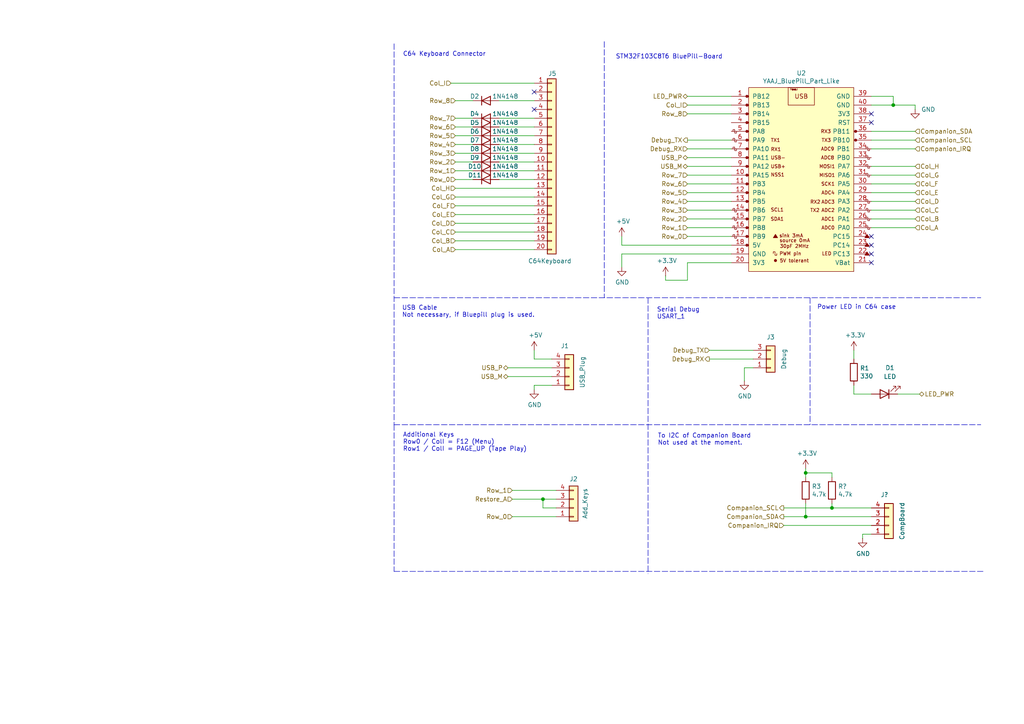
<source format=kicad_sch>
(kicad_sch (version 20250114) (generator "eeschema") (generator_version "9.0")
  (paper "A4")
  (title_block (title "C64 USB Keyboard") (date "2025-12-29") (rev "V0.1"))
  (lib_symbols
    (symbol "Connector_Generic:Conn_01x03" (pin_names (offset 1.016) (hide yes))
      (property "Reference" "J" (at 0 5.08 0))
      (property "Value" "Conn_01x03" (at 0 -5.08 0))
      (symbol "Conn_01x03_1_1"
        (rectangle (start -1.27 3.81) (end 1.27 -3.81) (stroke (width 0.254)) (fill (type background)))
        (rectangle (start -1.27 2.667) (end 0 2.413) (stroke (width 0.1524)))
        (rectangle (start -1.27 0.127) (end 0 -0.127) (stroke (width 0.1524)))
        (rectangle (start -1.27 -2.413) (end 0 -2.667) (stroke (width 0.1524)))
        (pin passive line (at -5.08 2.54 0) (length 3.81) (name "Pin_1") (number "1"))
        (pin passive line (at -5.08 0 0) (length 3.81) (name "Pin_2") (number "2"))
        (pin passive line (at -5.08 -2.54 0) (length 3.81) (name "Pin_3") (number "3"))
      )
    )
    (symbol "Connector_Generic:Conn_01x04" (pin_names (offset 1.016) (hide yes))
      (property "Reference" "J" (at 0 5.08 0))
      (property "Value" "Conn_01x04" (at 0 -7.62 0))
      (symbol "Conn_01x04_1_1"
        (rectangle (start -1.27 3.81) (end 1.27 -6.35) (stroke (width 0.254)) (fill (type background)))
        (rectangle (start -1.27 2.667) (end 0 2.413) (stroke (width 0.1524)))
        (rectangle (start -1.27 0.127) (end 0 -0.127) (stroke (width 0.1524)))
        (rectangle (start -1.27 -2.413) (end 0 -2.667) (stroke (width 0.1524)))
        (rectangle (start -1.27 -4.953) (end 0 -5.207) (stroke (width 0.1524)))
        (pin passive line (at -5.08 2.54 0) (length 3.81) (name "Pin_1") (number "1"))
        (pin passive line (at -5.08 0 0) (length 3.81) (name "Pin_2") (number "2"))
        (pin passive line (at -5.08 -2.54 0) (length 3.81) (name "Pin_3") (number "3"))
        (pin passive line (at -5.08 -5.08 0) (length 3.81) (name "Pin_4") (number "4"))
      )
    )
    (symbol "Connector_Generic:Conn_01x20" (pin_names (offset 1.016) (hide yes))
      (property "Reference" "J" (at 0 25.4 0))
      (property "Value" "Conn_01x20" (at 0 -27.94 0))
      (symbol "Conn_01x20_1_1"
        (rectangle (start -1.27 24.13) (end 1.27 -26.67) (stroke (width 0.254)) (fill (type background)))
        (rectangle (start -1.27 22.987) (end 0 22.733) (stroke (width 0.1524)))
        (rectangle (start -1.27 20.447) (end 0 20.193) (stroke (width 0.1524)))
        (rectangle (start -1.27 17.907) (end 0 17.653) (stroke (width 0.1524)))
        (rectangle (start -1.27 15.367) (end 0 15.113) (stroke (width 0.1524)))
        (rectangle (start -1.27 12.827) (end 0 12.573) (stroke (width 0.1524)))
        (rectangle (start -1.27 10.287) (end 0 10.033) (stroke (width 0.1524)))
        (rectangle (start -1.27 7.747) (end 0 7.493) (stroke (width 0.1524)))
        (rectangle (start -1.27 5.207) (end 0 4.953) (stroke (width 0.1524)))
        (rectangle (start -1.27 2.667) (end 0 2.413) (stroke (width 0.1524)))
        (rectangle (start -1.27 0.127) (end 0 -0.127) (stroke (width 0.1524)))
        (rectangle (start -1.27 -2.413) (end 0 -2.667) (stroke (width 0.1524)))
        (rectangle (start -1.27 -4.953) (end 0 -5.207) (stroke (width 0.1524)))
        (rectangle (start -1.27 -7.493) (end 0 -7.747) (stroke (width 0.1524)))
        (rectangle (start -1.27 -10.033) (end 0 -10.287) (stroke (width 0.1524)))
        (rectangle (start -1.27 -12.573) (end 0 -12.827) (stroke (width 0.1524)))
        (rectangle (start -1.27 -15.113) (end 0 -15.367) (stroke (width 0.1524)))
        (rectangle (start -1.27 -17.653) (end 0 -17.907) (stroke (width 0.1524)))
        (rectangle (start -1.27 -20.193) (end 0 -20.447) (stroke (width 0.1524)))
        (rectangle (start -1.27 -22.733) (end 0 -22.987) (stroke (width 0.1524)))
        (rectangle (start -1.27 -25.273) (end 0 -25.527) (stroke (width 0.1524)))
        (pin passive line (at -5.08 22.86 0) (length 3.81) (name "Pin_1") (number "1"))
        (pin passive line (at -5.08 20.32 0) (length 3.81) (name "Pin_2") (number "2"))
        (pin passive line (at -5.08 17.78 0) (length 3.81) (name "Pin_3") (number "3"))
        (pin passive line (at -5.08 15.24 0) (length 3.81) (name "Pin_4") (number "4"))
        (pin passive line (at -5.08 12.7 0) (length 3.81) (name "Pin_5") (number "5"))
        (pin passive line (at -5.08 10.16 0) (length 3.81) (name "Pin_6") (number "6"))
        (pin passive line (at -5.08 7.62 0) (length 3.81) (name "Pin_7") (number "7"))
        (pin passive line (at -5.08 5.08 0) (length 3.81) (name "Pin_8") (number "8"))
        (pin passive line (at -5.08 2.54 0) (length 3.81) (name "Pin_9") (number "9"))
        (pin passive line (at -5.08 0 0) (length 3.81) (name "Pin_10") (number "10"))
        (pin passive line (at -5.08 -2.54 0) (length 3.81) (name "Pin_11") (number "11"))
        (pin passive line (at -5.08 -5.08 0) (length 3.81) (name "Pin_12") (number "12"))
        (pin passive line (at -5.08 -7.62 0) (length 3.81) (name "Pin_13") (number "13"))
        (pin passive line (at -5.08 -10.16 0) (length 3.81) (name "Pin_14") (number "14"))
        (pin passive line (at -5.08 -12.7 0) (length 3.81) (name "Pin_15") (number "15"))
        (pin passive line (at -5.08 -15.24 0) (length 3.81) (name "Pin_16") (number "16"))
        (pin passive line (at -5.08 -17.78 0) (length 3.81) (name "Pin_17") (number "17"))
        (pin passive line (at -5.08 -20.32 0) (length 3.81) (name "Pin_18") (number "18"))
        (pin passive line (at -5.08 -22.86 0) (length 3.81) (name "Pin_19") (number "19"))
        (pin passive line (at -5.08 -25.4 0) (length 3.81) (name "Pin_20") (number "20"))
      )
    )
    (symbol "Device:LED" (pin_numbers (hide yes)) (pin_names (offset 1.016) (hide yes))
      (property "Reference" "D" (at 0 2.54 0))
      (property "Value" "LED" (at 0 -2.54 0))
      (symbol "LED_0_1"
        (polyline (pts (xy -3.048 -0.762) (xy -4.572 -2.286) (xy -3.81 -2.286) (xy -4.572 -2.286) (xy -4.572 -1.524)))
        (polyline (pts (xy -1.778 -0.762) (xy -3.302 -2.286) (xy -2.54 -2.286) (xy -3.302 -2.286) (xy -3.302 -1.524)))
        (polyline (pts (xy -1.27 0) (xy 1.27 0)))
        (polyline (pts (xy -1.27 -1.27) (xy -1.27 1.27)) (stroke (width 0.254)))
        (polyline (pts (xy 1.27 -1.27) (xy 1.27 1.27) (xy -1.27 0) (xy 1.27 -1.27)) (stroke (width 0.254)))
      )
      (symbol "LED_1_1"
        (pin passive line (at -3.81 0 0) (length 2.54) (name "K") (number "1"))
        (pin passive line (at 3.81 0 180) (length 2.54) (name "A") (number "2"))
      )
    )
    (symbol "Device:R" (pin_numbers (hide yes)) (pin_names (offset 0))
      (property "Reference" "R" (at 2.032 0 90))
      (property "Value" "R" (at 0 0 90))
      (symbol "R_0_1"
        (rectangle (start -1.016 -2.54) (end 1.016 2.54) (stroke (width 0.254)))
      )
      (symbol "R_1_1"
        (pin passive line (at 0 3.81 270) (length 1.27) (name "~") (number "1"))
        (pin passive line (at 0 -3.81 90) (length 1.27) (name "~") (number "2"))
      )
    )
    (symbol "Diode:1N4148" (pin_numbers (hide yes)) (pin_names (hide yes))
      (property "Reference" "D" (at 0 2.54 0))
      (property "Value" "1N4148" (at 0 -2.54 0))
      (symbol "1N4148_0_1"
        (polyline (pts (xy -1.27 1.27) (xy -1.27 -1.27)) (stroke (width 0.254)))
        (polyline (pts (xy 1.27 1.27) (xy 1.27 -1.27) (xy -1.27 0) (xy 1.27 1.27)) (stroke (width 0.254)))
        (polyline (pts (xy 1.27 0) (xy -1.27 0)))
      )
      (symbol "1N4148_1_1"
        (pin passive line (at -3.81 0 0) (length 2.54) (name "K") (number "1"))
        (pin passive line (at 3.81 0 180) (length 2.54) (name "A") (number "2"))
      )
    )
    (symbol "YAAJ_BluePill_Part_Like:YAAJ_BluePill_Part_Like" (pin_names (offset 1.016))
      (property "Reference" "U" (at -12.7 25.4 0))
      (property "Value" "YAAJ_BluePill_Part_Like_YAAJ_BluePill_Part_Like" (at 0 2.54 90))
      (symbol "YAAJ_BluePill_Part_Like_0_0"
        (circle (center -15.748 22.86) (radius 0.3556) (fill (type outline)))
        (circle (center -15.748 17.78) (radius 0.3556) (fill (type outline)))
        (circle (center -15.748 15.24) (radius 0.3556) (fill (type outline)))
        (circle (center -15.748 12.7) (radius 0.3556) (fill (type outline)))
        (circle (center -15.748 10.16) (radius 0.3556) (fill (type outline)))
        (circle (center -15.748 7.62) (radius 0.3556) (fill (type outline)))
        (circle (center -15.748 5.08) (radius 0.3556) (fill (type outline)))
        (circle (center -15.748 2.54) (radius 0.3556) (fill (type outline)))
        (circle (center -15.748 0) (radius 0.3556) (fill (type outline)))
        (circle (center -15.748 -2.54) (radius 0.3556) (fill (type outline)))
        (circle (center -15.748 -5.08) (radius 0.3556) (fill (type outline)))
        (circle (center -15.748 -7.62) (radius 0.3556) (fill (type outline)))
        (circle (center -15.748 -10.16) (radius 0.3556) (fill (type outline)))
        (circle (center -15.748 -12.7) (radius 0.3556) (fill (type outline)))
        (circle (center -15.748 -15.24) (radius 0.3556) (fill (type outline)))
        (circle (center -15.748 -17.78) (radius 0.3556) (fill (type outline)))
        (circle (center -15.748 -20.32) (radius 0.3556) (fill (type outline)))
        (polyline (pts (xy -8.128 -18.161) (xy -7.493 -17.145) (xy -6.858 -18.161) (xy -8.128 -18.161) (xy -7.493 -17.272) (xy -6.985 -18.161) (xy -8.001 -18.034) (xy -7.493 -17.399) (xy -7.112 -18.161) (xy -7.874 -17.907) (xy -7.366 -17.526) (xy -7.239 -18.161) (xy -7.747 -17.78) (xy -7.239 -17.653) (xy -7.366 -18.034) (xy -7.62 -17.78) (xy -7.366 -17.907) (xy -7.493 -17.653)))
        (circle (center -7.493 -24.765) (radius 0.127) (fill (type outline)))
        (circle (center -7.493 -24.765) (radius 0.254))
        (circle (center -7.493 -24.765) (radius 0.3556))
        (circle (center 15.748 12.7) (radius 0.254) (fill (type outline)))
        (circle (center 15.748 12.7) (radius 0.3556))
        (circle (center 15.748 10.16) (radius 0.254) (fill (type outline)))
        (circle (center 15.748 10.16) (radius 0.3556))
        (polyline (pts (xy 18.415 -18.161) (xy 19.05 -17.145) (xy 19.685 -18.161) (xy 18.415 -18.161) (xy 19.05 -17.272) (xy 19.558 -18.161) (xy 18.542 -18.034) (xy 19.05 -17.399) (xy 19.431 -18.161) (xy 18.669 -17.907) (xy 19.177 -17.526) (xy 19.304 -18.161) (xy 18.796 -17.78) (xy 19.304 -17.653) (xy 19.177 -18.034) (xy 18.923 -17.78) (xy 19.177 -17.907) (xy 19.05 -17.653)))
        (polyline (pts (xy 18.415 -20.701) (xy 19.05 -19.685) (xy 19.685 -20.701) (xy 18.415 -20.701) (xy 19.05 -19.812) (xy 19.558 -20.701) (xy 18.542 -20.574) (xy 19.05 -19.939) (xy 19.431 -20.701) (xy 18.669 -20.447) (xy 19.177 -20.066) (xy 19.304 -20.701) (xy 18.796 -20.32) (xy 19.304 -20.193) (xy 19.177 -20.574) (xy 18.923 -20.32) (xy 19.177 -20.447) (xy 19.05 -20.193)))
        (polyline (pts (xy 18.415 -23.241) (xy 19.05 -22.225) (xy 19.685 -23.241) (xy 18.415 -23.241) (xy 19.05 -22.352) (xy 19.558 -23.241) (xy 18.542 -23.114) (xy 19.05 -22.479) (xy 19.431 -23.241) (xy 18.669 -22.987) (xy 19.177 -22.606) (xy 19.304 -23.241) (xy 18.796 -22.86) (xy 19.304 -22.733) (xy 19.177 -23.114) (xy 18.923 -22.86) (xy 19.177 -22.987) (xy 19.05 -22.733)))
        (text "TX1" (at -7.493 10.16 0) (effects (font (size 0.9906 0.9906))))
        (text "RX1" (at -7.366 7.493 0) (effects (font (size 0.9906 0.9906))))
        (text "SCL1" (at -6.985 -10.033 0) (effects (font (size 0.9906 0.9906))))
        (text "SDA1" (at -6.985 -12.7 0) (effects (font (size 0.9906 0.9906))))
        (text "NSS1" (at -6.858 0.127 0) (effects (font (size 0.9906 0.9906))))
        (text "USB-" (at -6.731 5.08 0) (effects (font (size 0.9906 0.9906))))
        (text "USB+" (at -6.731 2.54 0) (effects (font (size 0.9906 0.9906))))
        (text "PWM pin" (at -3.175 -22.733 0) (effects (font (size 0.9906 0.9906))))
        (text "sink 3mA" (at -2.921 -17.526 0) (effects (font (size 0.9906 0.9906))))
        (text "Y@@J" (at -2.159 24.892 0) (effects (font (size 0.508 0.508))))
        (text "30pF 2MHz" (at -2.032 -20.574 0) (effects (font (size 0.9906 0.9906))))
        (text "5V tolerant" (at -2.032 -24.765 0) (effects (font (size 0.9906 0.9906))))
        (text "source 0mA" (at -1.905 -18.923 0) (effects (font (size 0.9906 0.9906))))
        (text "USB" (at 0 22.86 0) (effects (font (size 1.27 1.27))))
        (text "TX2" (at 3.937 -10.16 0) (effects (font (size 0.9906 0.9906))))
        (text "RX2" (at 4.064 -7.747 0) (effects (font (size 0.9906 0.9906))))
        (text "RX3" (at 7.112 12.7 0) (effects (font (size 0.9906 0.9906))))
        (text "TX3" (at 7.239 10.16 0) (effects (font (size 0.9906 0.9906))))
        (text "LED" (at 7.366 -22.733 0) (effects (font (size 0.9906 0.9906))))
        (text "MOSI1" (at 7.493 2.54 0) (effects (font (size 0.9906 0.9906))))
        (text "MISO1" (at 7.493 0 0) (effects (font (size 0.9906 0.9906))))
        (text "ADC9" (at 7.62 7.62 0) (effects (font (size 0.9906 0.9906))))
        (text "ADC8" (at 7.62 5.08 0) (effects (font (size 0.9906 0.9906))))
        (text "SCK1" (at 7.747 -2.54 0) (effects (font (size 0.9906 0.9906))))
        (text "ADC4" (at 7.747 -5.08 0) (effects (font (size 0.9906 0.9906))))
        (text "ADC3" (at 7.747 -7.747 0) (effects (font (size 0.9906 0.9906))))
        (text "ADC2" (at 7.747 -10.16 0) (effects (font (size 0.9906 0.9906))))
        (text "ADC1" (at 7.747 -12.7 0) (effects (font (size 0.9906 0.9906))))
        (text "ADC0" (at 7.747 -15.24 0) (effects (font (size 0.9906 0.9906))))
      )
      (symbol "YAAJ_BluePill_Part_Like_0_1"
        (polyline (pts (xy -18.796 12.7) (xy -18.796 12.192) (xy -19.304 12.192) (xy -19.304 13.208) (xy -19.812 13.208) (xy -19.812 12.7)))
        (polyline (pts (xy -18.796 10.16) (xy -18.796 9.652) (xy -19.304 9.652) (xy -19.304 10.668) (xy -19.812 10.668) (xy -19.812 10.16)))
        (polyline (pts (xy -18.796 7.62) (xy -18.796 7.112) (xy -19.304 7.112) (xy -19.304 8.128) (xy -19.812 8.128) (xy -19.812 7.62)))
        (polyline (pts (xy -18.796 -10.16) (xy -18.796 -10.668) (xy -19.304 -10.668) (xy -19.304 -9.652) (xy -19.812 -9.652) (xy -19.812 -10.16)))
        (polyline (pts (xy -18.796 -12.7) (xy -18.796 -13.208) (xy -19.304 -13.208) (xy -19.304 -12.192) (xy -19.812 -12.192) (xy -19.812 -12.7)))
        (polyline (pts (xy -18.796 -15.24) (xy -18.796 -15.748) (xy -19.304 -15.748) (xy -19.304 -14.732) (xy -19.812 -14.732) (xy -19.812 -15.24)))
        (polyline (pts (xy -18.796 -17.78) (xy -18.796 -18.288) (xy -19.304 -18.288) (xy -19.304 -17.272) (xy -19.812 -17.272) (xy -19.812 -17.78)))
        (rectangle (start -15.24 25.4) (end 15.24 -27.94) (fill (type background)))
        (polyline (pts (xy -7.112 -22.733) (xy -7.112 -23.241) (xy -7.62 -23.241) (xy -7.62 -22.225) (xy -8.128 -22.225) (xy -8.128 -22.733)))
        (rectangle (start 3.81 25.4) (end -3.81 20.32))
        (polyline (pts (xy 19.812 7.62) (xy 19.812 7.112) (xy 19.304 7.112) (xy 19.304 8.128) (xy 18.796 8.128) (xy 18.796 7.62)))
        (polyline (pts (xy 19.812 5.08) (xy 19.812 4.572) (xy 19.304 4.572) (xy 19.304 5.588) (xy 18.796 5.588) (xy 18.796 5.08)))
        (polyline (pts (xy 19.812 2.54) (xy 19.812 2.032) (xy 19.304 2.032) (xy 19.304 3.048) (xy 18.796 3.048) (xy 18.796 2.54)))
        (polyline (pts (xy 19.812 0) (xy 19.812 -0.508) (xy 19.304 -0.508) (xy 19.304 0.508) (xy 18.796 0.508) (xy 18.796 0)))
        (polyline (pts (xy 19.812 -7.62) (xy 19.812 -8.128) (xy 19.304 -8.128) (xy 19.304 -7.112) (xy 18.796 -7.112) (xy 18.796 -7.62)))
        (polyline (pts (xy 19.812 -10.16) (xy 19.812 -10.668) (xy 19.304 -10.668) (xy 19.304 -9.652) (xy 18.796 -9.652) (xy 18.796 -10.16)))
        (polyline (pts (xy 19.812 -12.7) (xy 19.812 -13.208) (xy 19.304 -13.208) (xy 19.304 -12.192) (xy 18.796 -12.192) (xy 18.796 -12.7)))
        (polyline (pts (xy 19.812 -15.24) (xy 19.812 -15.748) (xy 19.304 -15.748) (xy 19.304 -14.732) (xy 18.796 -14.732) (xy 18.796 -15.24)))
      )
      (symbol "YAAJ_BluePill_Part_Like_1_1"
        (circle (center -15.748 20.32) (radius 0.3556) (fill (type outline)))
        (pin bidirectional line (at -20.32 22.86 0) (length 5.08) (name "PB12") (number "1"))
        (pin bidirectional line (at -20.32 20.32 0) (length 5.08) (name "PB13") (number "2"))
        (pin bidirectional line (at -20.32 17.78 0) (length 5.08) (name "PB14") (number "3"))
        (pin bidirectional line (at -20.32 15.24 0) (length 5.08) (name "PB15") (number "4"))
        (pin bidirectional line (at -20.32 12.7 0) (length 5.08) (name "PA8") (number "5"))
        (pin bidirectional line (at -20.32 10.16 0) (length 5.08) (name "PA9") (number "6"))
        (pin bidirectional line (at -20.32 7.62 0) (length 5.08) (name "PA10") (number "7"))
        (pin bidirectional line (at -20.32 5.08 0) (length 5.08) (name "PA11") (number "8"))
        (pin bidirectional line (at -20.32 2.54 0) (length 5.08) (name "PA12") (number "9"))
        (pin bidirectional line (at -20.32 0 0) (length 5.08) (name "PA15") (number "10"))
        (pin bidirectional line (at -20.32 -2.54 0) (length 5.08) (name "PB3") (number "11"))
        (pin bidirectional line (at -20.32 -5.08 0) (length 5.08) (name "PB4") (number "12"))
        (pin bidirectional line (at -20.32 -7.62 0) (length 5.08) (name "PB5") (number "13"))
        (pin bidirectional line (at -20.32 -10.16 0) (length 5.08) (name "PB6") (number "14"))
        (pin bidirectional line (at -20.32 -12.7 0) (length 5.08) (name "PB7") (number "15"))
        (pin bidirectional line (at -20.32 -15.24 0) (length 5.08) (name "PB8") (number "16"))
        (pin bidirectional line (at -20.32 -17.78 0) (length 5.08) (name "PB9") (number "17"))
        (pin power_in line (at -20.32 -20.32 0) (length 5.08) (name "5V") (number "18"))
        (pin power_in line (at -20.32 -22.86 0) (length 5.08) (name "GND") (number "19"))
        (pin power_in line (at -20.32 -25.4 0) (length 5.08) (name "3V3") (number "20"))
        (pin power_in line (at 20.32 22.86 180) (length 5.08) (name "GND") (number "39"))
        (pin power_in line (at 20.32 20.32 180) (length 5.08) (name "GND") (number "40"))
        (pin power_in line (at 20.32 17.78 180) (length 5.08) (name "3V3") (number "38"))
        (pin input line (at 20.32 15.24 180) (length 5.08) (name "RST") (number "37"))
        (pin bidirectional line (at 20.32 12.7 180) (length 5.08) (name "PB11") (number "36"))
        (pin bidirectional line (at 20.32 10.16 180) (length 5.08) (name "PB10") (number "35"))
        (pin bidirectional line (at 20.32 7.62 180) (length 5.08) (name "PB1") (number "34"))
        (pin bidirectional line (at 20.32 5.08 180) (length 5.08) (name "PB0") (number "33"))
        (pin bidirectional line (at 20.32 2.54 180) (length 5.08) (name "PA7") (number "32"))
        (pin bidirectional line (at 20.32 0 180) (length 5.08) (name "PA6") (number "31"))
        (pin bidirectional line (at 20.32 -2.54 180) (length 5.08) (name "PA5") (number "30"))
        (pin bidirectional line (at 20.32 -5.08 180) (length 5.08) (name "PA4") (number "29"))
        (pin bidirectional line (at 20.32 -7.62 180) (length 5.08) (name "PA3") (number "28"))
        (pin bidirectional line (at 20.32 -10.16 180) (length 5.08) (name "PA2") (number "27"))
        (pin bidirectional line (at 20.32 -12.7 180) (length 5.08) (name "PA1") (number "26"))
        (pin bidirectional line (at 20.32 -15.24 180) (length 5.08) (name "PA0") (number "25"))
        (pin bidirectional line (at 20.32 -17.78 180) (length 5.08) (name "PC15") (number "24"))
        (pin bidirectional line (at 20.32 -20.32 180) (length 5.08) (name "PC14") (number "23"))
        (pin bidirectional line (at 20.32 -22.86 180) (length 5.08) (name "PC13") (number "22"))
        (pin power_in line (at 20.32 -25.4 180) (length 5.08) (name "VBat") (number "21"))
      )
    )
    (symbol "power:+3.3V" (power) (pin_numbers (hide yes)) (pin_names (offset 0) (hide yes))
      (property "Value" "+3.3V" (at 0 3.556 0))
      (symbol "+3.3V_0_1"
        (polyline (pts (xy -0.762 1.27) (xy 0 2.54)))
        (polyline (pts (xy 0 2.54) (xy 0.762 1.27)))
        (polyline (pts (xy 0 0) (xy 0 2.54)))
      )
      (symbol "+3.3V_1_1"
        (pin power_in line (at 0 0 90) (length 0) (name "~") (number "1"))
      )
    )
    (symbol "power:+5V" (power) (pin_numbers (hide yes)) (pin_names (offset 0) (hide yes))
      (property "Value" "+5V" (at 0 3.556 0))
      (symbol "+5V_0_1"
        (polyline (pts (xy -0.762 1.27) (xy 0 2.54)))
        (polyline (pts (xy 0 2.54) (xy 0.762 1.27)))
        (polyline (pts (xy 0 0) (xy 0 2.54)))
      )
      (symbol "+5V_1_1"
        (pin power_in line (at 0 0 90) (length 0) (name "~") (number "1"))
      )
    )
    (symbol "power:GND" (power) (pin_numbers (hide yes)) (pin_names (offset 0) (hide yes))
      (property "Value" "GND" (at 0 -3.81 0))
      (symbol "GND_0_1"
        (polyline (pts (xy 0 0) (xy 0 -1.27) (xy 1.27 -1.27) (xy 0 -2.54) (xy -1.27 -1.27) (xy 0 -1.27)))
      )
      (symbol "GND_1_1"
        (pin power_in line (at 0 0 270) (length 0) (name "~") (number "1"))
      )
    )
  )
  (text "Serial Debug\nUSART_1" (at 190.5 92.71 0) (effects (font (size 1.27 1.27)) (justify left bottom)))
  (text "STM32F103C8T6 BluePill-Board" (at 178.562 17.272 0) (effects (font (size 1.27 1.27)) (justify left bottom)))
  (text "USB Cable\nNot necessary, if Bluepill plug is used." (at 116.586 92.202 0) (effects (font (size 1.27 1.27)) (justify left bottom)))
  (text "C64 Keyboard Connector" (at 116.84 16.51 0) (effects (font (size 1.27 1.27)) (justify left bottom)))
  (text "Additional Keys\nRow0 / ColI = F12 (Menu)\nRow1 / ColI = PAGE_UP (Tape Play)" (at 116.84 131.064 0) (effects (font (size 1.27 1.27)) (justify left bottom)))
  (text "Power LED in C64 case" (at 236.982 89.916 0) (effects (font (size 1.27 1.27)) (justify left bottom)))
  (text "To I2C of Companion Board\nNot used at the moment." (at 190.754 129.286 0) (effects (font (size 1.27 1.27)) (justify left bottom)))
  (junction (at 259.08 30.48))
  (junction (at 241.3 147.32))
  (junction (at 157.48 144.78))
  (junction (at 233.68 149.86))
  (junction (at 233.68 137.16))
  (no_connect (at 252.73 76.2))
  (no_connect (at 154.94 26.67))
  (no_connect (at 154.94 31.75))
  (no_connect (at 252.73 68.58))
  (no_connect (at 252.73 33.02))
  (no_connect (at 252.73 73.66))
  (no_connect (at 252.73 71.12))
  (no_connect (at 252.73 35.56))
  (wire (pts (xy 215.9 110.49) (xy 215.9 106.68)))
  (wire (pts (xy 212.09 68.58) (xy 199.39 68.58)))
  (wire (pts (xy 227.33 147.32) (xy 241.3 147.32)))
  (wire (pts (xy 252.73 55.88) (xy 265.43 55.88)))
  (wire (pts (xy 241.3 147.32) (xy 252.73 147.32)))
  (wire (pts (xy 250.19 154.94) (xy 250.19 156.21)))
  (wire (pts (xy 247.65 101.6) (xy 247.65 104.14)))
  (wire (pts (xy 193.04 80.01) (xy 193.04 81.28)))
  (wire (pts (xy 215.9 106.68) (xy 218.44 106.68)))
  (wire (pts (xy 193.04 81.28) (xy 199.39 81.28)))
  (wire (pts (xy 180.34 77.47) (xy 180.34 73.66)))
  (wire (pts (xy 212.09 73.66) (xy 180.34 73.66)))
  (wire (pts (xy 137.16 44.45) (xy 132.08 44.45)))
  (wire (pts (xy 154.94 39.37) (xy 144.78 39.37)))
  (wire (pts (xy 212.09 30.48) (xy 199.39 30.48)))
  (wire (pts (xy 137.16 49.53) (xy 132.08 49.53)))
  (wire (pts (xy 154.94 46.99) (xy 144.78 46.99)))
  (wire (pts (xy 157.48 144.78) (xy 161.29 144.78)))
  (wire (pts (xy 154.94 64.77) (xy 132.08 64.77)))
  (wire (pts (xy 212.09 53.34) (xy 199.39 53.34)))
  (wire (pts (xy 180.34 68.58) (xy 180.34 71.12)))
  (wire (pts (xy 137.16 29.21) (xy 132.08 29.21)))
  (wire (pts (xy 252.73 66.04) (xy 265.43 66.04)))
  (wire (pts (xy 154.94 36.83) (xy 144.78 36.83)))
  (wire (pts (xy 265.43 40.64) (xy 252.73 40.64)))
  (wire (pts (xy 154.94 44.45) (xy 144.78 44.45)))
  (wire (pts (xy 259.08 30.48) (xy 265.43 30.48)))
  (wire (pts (xy 259.08 30.48) (xy 259.08 27.94)))
  (wire (pts (xy 227.33 152.4) (xy 252.73 152.4)))
  (wire (pts (xy 154.94 29.21) (xy 144.78 29.21)))
  (wire (pts (xy 252.73 60.96) (xy 265.43 60.96)))
  (wire (pts (xy 252.73 48.26) (xy 265.43 48.26)))
  (wire (pts (xy 154.94 59.69) (xy 132.08 59.69)))
  (wire (pts (xy 252.73 149.86) (xy 233.68 149.86)))
  (polyline (pts (xy 114.3 123.19) (xy 114.3 165.735)) (stroke (width 0) (type dash)))
  (wire (pts (xy 199.39 81.28) (xy 199.39 76.2)))
  (wire (pts (xy 137.16 39.37) (xy 132.08 39.37)))
  (wire (pts (xy 205.74 101.6) (xy 218.44 101.6)))
  (polyline (pts (xy 114.3 123.19) (xy 284.48 123.19)) (stroke (width 0) (type dash)))
  (polyline (pts (xy 187.96 86.36) (xy 187.96 166.37)) (stroke (width 0) (type dash)))
  (wire (pts (xy 212.09 50.8) (xy 199.39 50.8)))
  (wire (pts (xy 212.09 60.96) (xy 199.39 60.96)))
  (wire (pts (xy 252.73 63.5) (xy 265.43 63.5)))
  (wire (pts (xy 205.74 104.14) (xy 218.44 104.14)))
  (wire (pts (xy 157.48 147.32) (xy 157.48 144.78)))
  (wire (pts (xy 154.94 34.29) (xy 144.78 34.29)))
  (wire (pts (xy 252.73 30.48) (xy 259.08 30.48)))
  (wire (pts (xy 161.29 147.32) (xy 157.48 147.32)))
  (wire (pts (xy 154.94 49.53) (xy 144.78 49.53)))
  (wire (pts (xy 154.94 54.61) (xy 132.08 54.61)))
  (wire (pts (xy 241.3 137.16) (xy 241.3 138.43)))
  (wire (pts (xy 199.39 45.72) (xy 212.09 45.72)))
  (wire (pts (xy 137.16 52.07) (xy 132.08 52.07)))
  (wire (pts (xy 199.39 76.2) (xy 212.09 76.2)))
  (wire (pts (xy 154.94 72.39) (xy 132.08 72.39)))
  (wire (pts (xy 212.09 63.5) (xy 199.39 63.5)))
  (wire (pts (xy 233.68 149.86) (xy 227.33 149.86)))
  (wire (pts (xy 154.94 57.15) (xy 132.08 57.15)))
  (wire (pts (xy 252.73 53.34) (xy 265.43 53.34)))
  (wire (pts (xy 260.35 114.3) (xy 266.7 114.3)))
  (wire (pts (xy 180.34 71.12) (xy 212.09 71.12)))
  (wire (pts (xy 212.09 66.04) (xy 199.39 66.04)))
  (wire (pts (xy 265.43 31.75) (xy 265.43 30.48)))
  (wire (pts (xy 247.65 111.76) (xy 247.65 114.3)))
  (wire (pts (xy 148.59 142.24) (xy 161.29 142.24)))
  (wire (pts (xy 148.59 149.86) (xy 161.29 149.86)))
  (wire (pts (xy 250.19 154.94) (xy 252.73 154.94)))
  (polyline (pts (xy 114.3 86.36) (xy 284.48 86.36)) (stroke (width 0) (type dash)))
  (wire (pts (xy 147.32 106.68) (xy 160.02 106.68)))
  (wire (pts (xy 154.94 104.14) (xy 160.02 104.14)))
  (wire (pts (xy 247.65 114.3) (xy 252.73 114.3)))
  (wire (pts (xy 265.43 43.18) (xy 252.73 43.18)))
  (wire (pts (xy 154.94 52.07) (xy 144.78 52.07)))
  (wire (pts (xy 233.68 137.16) (xy 233.68 135.89)))
  (wire (pts (xy 154.94 111.76) (xy 154.94 113.03)))
  (wire (pts (xy 252.73 27.94) (xy 259.08 27.94)))
  (wire (pts (xy 212.09 33.02) (xy 199.39 33.02)))
  (wire (pts (xy 233.68 146.05) (xy 233.68 149.86)))
  (wire (pts (xy 212.09 55.88) (xy 199.39 55.88)))
  (wire (pts (xy 199.39 40.64) (xy 212.09 40.64)))
  (wire (pts (xy 154.94 62.23) (xy 132.08 62.23)))
  (wire (pts (xy 148.59 144.78) (xy 157.48 144.78)))
  (wire (pts (xy 137.16 36.83) (xy 132.08 36.83)))
  (wire (pts (xy 199.39 43.18) (xy 212.09 43.18)))
  (wire (pts (xy 137.16 46.99) (xy 132.08 46.99)))
  (wire (pts (xy 241.3 146.05) (xy 241.3 147.32)))
  (wire (pts (xy 154.94 67.31) (xy 132.08 67.31)))
  (wire (pts (xy 154.94 24.13) (xy 130.81 24.13)))
  (wire (pts (xy 199.39 27.94) (xy 212.09 27.94)))
  (wire (pts (xy 137.16 34.29) (xy 132.08 34.29)))
  (wire (pts (xy 199.39 48.26) (xy 212.09 48.26)))
  (wire (pts (xy 212.09 58.42) (xy 199.39 58.42)))
  (polyline (pts (xy 234.95 86.36) (xy 234.95 123.19)) (stroke (width 0) (type dash)))
  (wire (pts (xy 154.94 41.91) (xy 144.78 41.91)))
  (wire (pts (xy 265.43 38.1) (xy 252.73 38.1)))
  (wire (pts (xy 154.94 111.76) (xy 160.02 111.76)))
  (wire (pts (xy 233.68 137.16) (xy 241.3 137.16)))
  (wire (pts (xy 154.94 69.85) (xy 132.08 69.85)))
  (polyline (pts (xy 114.3 165.735) (xy 285.115 165.735)) (stroke (width 0) (type dash)))
  (polyline (pts (xy 175.26 12.065) (xy 175.26 86.36)) (stroke (width 0) (type dash)))
  (wire (pts (xy 147.32 109.22) (xy 160.02 109.22)))
  (wire (pts (xy 137.16 41.91) (xy 132.08 41.91)))
  (wire (pts (xy 154.94 101.6) (xy 154.94 104.14)))
  (wire (pts (xy 252.73 50.8) (xy 265.43 50.8)))
  (wire (pts (xy 252.73 58.42) (xy 265.43 58.42)))
  (wire (pts (xy 233.68 138.43) (xy 233.68 137.16)))
  (polyline (pts (xy 114.3 12.7) (xy 114.3 123.19)) (stroke (width 0) (type dash)))
  (hierarchical_label "Row_3" (shape input) (at 132.08 44.45 180))
  (hierarchical_label "Row_4" (shape input) (at 199.39 58.42 180))
  (hierarchical_label "Debug_RX" (shape output) (at 205.74 104.14 180))
  (hierarchical_label "Companion_SDA" (shape input) (at 265.43 38.1 0))
  (hierarchical_label "Row_6" (shape input) (at 199.39 53.34 180))
  (hierarchical_label "Col_I" (shape input) (at 199.39 30.48 180))
  (hierarchical_label "Col_H" (shape input) (at 132.08 54.61 180))
  (hierarchical_label "Row_3" (shape input) (at 199.39 60.96 180))
  (hierarchical_label "Companion_IRQ" (shape input) (at 227.33 152.4 180))
  (hierarchical_label "Row_5" (shape input) (at 199.39 55.88 180))
  (hierarchical_label "Row_7" (shape input) (at 199.39 50.8 180))
  (hierarchical_label "LED_PWR" (shape tri_state) (at 199.39 27.94 180))
  (hierarchical_label "Row_7" (shape input) (at 132.08 34.29 180))
  (hierarchical_label "Col_E" (shape input) (at 265.43 55.88 0))
  (hierarchical_label "Row_1" (shape input) (at 199.39 66.04 180))
  (hierarchical_label "Row_2" (shape input) (at 132.08 46.99 180))
  (hierarchical_label "Companion_IRQ" (shape input) (at 265.43 43.18 0))
  (hierarchical_label "USB_M" (shape bidirectional) (at 147.32 109.22 180))
  (hierarchical_label "Col_B" (shape input) (at 265.43 63.5 0))
  (hierarchical_label "USB_P" (shape bidirectional) (at 199.39 45.72 180))
  (hierarchical_label "Companion_SCL" (shape input) (at 265.43 40.64 0))
  (hierarchical_label "Companion_SDA" (shape output) (at 227.33 149.86 180))
  (hierarchical_label "Row_0" (shape input) (at 132.08 52.07 180))
  (hierarchical_label "Row_8" (shape input) (at 132.08 29.21 180))
  (hierarchical_label "Col_B" (shape input) (at 132.08 69.85 180))
  (hierarchical_label "LED_PWR" (shape tri_state) (at 266.7 114.3 0))
  (hierarchical_label "Col_H" (shape input) (at 265.43 48.26 0))
  (hierarchical_label "Col_E" (shape input) (at 132.08 62.23 180))
  (hierarchical_label "Row_6" (shape input) (at 132.08 36.83 180))
  (hierarchical_label "Restore_A" (shape input) (at 148.59 144.78 180))
  (hierarchical_label "Debug_RX" (shape input) (at 199.39 43.18 180))
  (hierarchical_label "Col_A" (shape input) (at 265.43 66.04 0))
  (hierarchical_label "USB_M" (shape bidirectional) (at 199.39 48.26 180))
  (hierarchical_label "Col_C" (shape input) (at 132.08 67.31 180))
  (hierarchical_label "Debug_TX" (shape input) (at 205.74 101.6 180))
  (hierarchical_label "Col_C" (shape input) (at 265.43 60.96 0))
  (hierarchical_label "Row_2" (shape input) (at 199.39 63.5 180))
  (hierarchical_label "Debug_TX" (shape output) (at 199.39 40.64 180))
  (hierarchical_label "Col_A" (shape input) (at 132.08 72.39 180))
  (hierarchical_label "Row_0" (shape input) (at 199.39 68.58 180))
  (hierarchical_label "Row_1" (shape input) (at 132.08 49.53 180))
  (hierarchical_label "Row_4" (shape input) (at 132.08 41.91 180))
  (hierarchical_label "Col_D" (shape input) (at 132.08 64.77 180))
  (hierarchical_label "Companion_SCL" (shape output) (at 227.33 147.32 180))
  (hierarchical_label "Col_F" (shape input) (at 265.43 53.34 0))
  (hierarchical_label "Col_D" (shape input) (at 265.43 58.42 0))
  (hierarchical_label "Col_I" (shape input) (at 130.81 24.13 180))
  (hierarchical_label "Row_0" (shape input) (at 148.59 149.86 180))
  (hierarchical_label "Row_5" (shape input) (at 132.08 39.37 180))
  (hierarchical_label "Row_1" (shape input) (at 148.59 142.24 180))
  (hierarchical_label "Col_G" (shape input) (at 132.08 57.15 180))
  (hierarchical_label "Col_G" (shape input) (at 265.43 50.8 0))
  (hierarchical_label "Col_F" (shape input) (at 132.08 59.69 180))
  (hierarchical_label "Row_8" (shape input) (at 199.39 33.02 180))
  (hierarchical_label "USB_P" (shape bidirectional) (at 147.32 106.68 180))
  (symbol (lib_id "YAAJ_BluePill_Part_Like:YAAJ_BluePill_Part_Like") (at 232.41 50.8 0) (unit 1)
    (property "Reference" "U2" (at 232.41 21.209 0))
    (property "Value" "YAAJ_BluePill_Part_Like" (at 232.41 23.5204 0))
  )
  (symbol (lib_id "Connector_Generic:Conn_01x04") (at 257.81 152.4 0) (mirror x) (unit 1)
    (property "Reference" "J?" (at 256.54 143.51 0))
    (property "Value" "CompBoard" (at 261.62 151.13 90))
  )
  (symbol (lib_id "power:GND") (at 250.19 156.21 0) (unit 1)
    (property "Reference" "#PWR019" (effects (hide yes)))
    (property "Value" "GND" (at 250.317 160.6042 0))
  )
  (symbol (lib_id "Device:R") (at 241.3 142.24 0) (unit 1)
    (property "Reference" "R?" (at 243.078 141.0716 0) (effects (justify left)))
    (property "Value" "4.7k" (at 243.078 143.383 0) (effects (justify left)))
  )
  (symbol (lib_id "power:+3.3V") (at 233.68 135.89 0) (unit 1)
    (property "Reference" "#PWR010" (effects (hide yes)))
    (property "Value" "+3.3V" (at 234.061 131.4958 0))
  )
  (symbol (lib_id "Device:R") (at 233.68 142.24 0) (unit 1)
    (property "Reference" "R3" (at 235.458 141.0716 0) (effects (justify left)))
    (property "Value" "4.7k" (at 235.458 143.383 0) (effects (justify left)))
  )
  (symbol (lib_id "Connector_Generic:Conn_01x03") (at 223.52 104.14 0) (mirror x) (unit 1)
    (property "Reference" "J3" (at 223.52 97.79 0))
    (property "Value" "Debug" (at 227.33 104.14 90))
  )
  (symbol (lib_id "power:GND") (at 215.9 110.49 0) (unit 1)
    (property "Reference" "#PWR016" (effects (hide yes)))
    (property "Value" "GND" (at 216.027 114.8842 0))
  )
  (symbol (lib_id "power:+5V") (at 180.34 68.58 0) (unit 1)
    (property "Reference" "#PWR09" (effects (hide yes)))
    (property "Value" "+5V" (at 180.721 64.1858 0))
  )
  (symbol (lib_id "power:GND") (at 180.34 77.47 0) (unit 1)
    (property "Reference" "#PWR014" (effects (hide yes)))
    (property "Value" "GND" (at 180.467 81.8642 0))
  )
  (symbol (lib_id "power:GND") (at 265.43 31.75 0) (unit 1)
    (property "Reference" "#PWR05" (effects (hide yes)))
    (property "Value" "GND" (at 269.24 31.75 0))
  )
  (symbol (lib_id "Connector_Generic:Conn_01x04") (at 166.37 147.32 0) (mirror x) (unit 1)
    (property "Reference" "J2" (at 166.37 138.938 0))
    (property "Value" "Add_Keys" (at 169.672 146.05 90))
    (property "Description" "Generic connector, single row, 01x04, script generated (kicad-library-utils/schlib/autogen/connector/)" (effects (hide yes)))
  )
  (symbol (lib_id "Diode:1N4148") (at 140.97 49.53 0) (unit 1)
    (property "Reference" "D10" (at 137.668 48.26 0))
    (property "Value" "1N4148" (at 146.558 48.26 0))
    (property "Footprint" "Diode_THT:D_DO-35_SOD27_P7.62mm_Horizontal" (effects (hide yes)))
    (property "Datasheet" "https://assets.nexperia.com/documents/data-sheet/1N4148_1N4448.pdf" (effects (hide yes)))
    (property "Description" "100V 0.15A standard switching diode, DO-35" (effects (hide yes)))
    (property "Sim.Device" "D" (effects (hide yes)))
    (property "Sim.Pins" "1=K 2=A" (effects (hide yes)))
  )
  (symbol (lib_id "Connector_Generic:Conn_01x04") (at 165.1 109.22 0) (mirror x) (unit 1)
    (property "Reference" "J1" (at 163.83 100.33 0))
    (property "Value" "USB_Plug" (at 168.91 107.95 90))
  )
  (symbol (lib_id "power:GND") (at 154.94 113.03 0) (unit 1)
    (property "Reference" "#PWR03" (effects (hide yes)))
    (property "Value" "GND" (at 155.067 117.4242 0))
  )
  (symbol (lib_id "Device:LED") (at 256.54 114.3 180) (unit 1)
    (property "Reference" "D1" (at 258.1275 106.68 0))
    (property "Value" "LED" (at 258.1275 109.22 0))
    (property "Description" "Light emitting diode" (effects (hide yes)))
    (property "Sim.Pins" "1=K 2=A" (effects (hide yes)))
  )
  (symbol (lib_id "Diode:1N4148") (at 140.97 29.21 0) (unit 1)
    (property "Reference" "D2" (at 137.668 27.94 0))
    (property "Value" "1N4148" (at 146.558 27.94 0))
    (property "Footprint" "Diode_THT:D_DO-35_SOD27_P7.62mm_Horizontal" (effects (hide yes)))
    (property "Datasheet" "https://assets.nexperia.com/documents/data-sheet/1N4148_1N4448.pdf" (effects (hide yes)))
    (property "Description" "100V 0.15A standard switching diode, DO-35" (effects (hide yes)))
    (property "Sim.Device" "D" (effects (hide yes)))
    (property "Sim.Pins" "1=K 2=A" (effects (hide yes)))
  )
  (symbol (lib_id "Diode:1N4148") (at 140.97 44.45 0) (unit 1)
    (property "Reference" "D8" (at 137.668 43.18 0))
    (property "Value" "1N4148" (at 146.558 43.18 0))
    (property "Footprint" "Diode_THT:D_DO-35_SOD27_P7.62mm_Horizontal" (effects (hide yes)))
    (property "Datasheet" "https://assets.nexperia.com/documents/data-sheet/1N4148_1N4448.pdf" (effects (hide yes)))
    (property "Description" "100V 0.15A standard switching diode, DO-35" (effects (hide yes)))
    (property "Sim.Device" "D" (effects (hide yes)))
    (property "Sim.Pins" "1=K 2=A" (effects (hide yes)))
  )
  (symbol (lib_id "Diode:1N4148") (at 140.97 46.99 0) (unit 1)
    (property "Reference" "D9" (at 137.668 45.72 0))
    (property "Value" "1N4148" (at 146.558 45.72 0))
    (property "Footprint" "Diode_THT:D_DO-35_SOD27_P7.62mm_Horizontal" (effects (hide yes)))
    (property "Datasheet" "https://assets.nexperia.com/documents/data-sheet/1N4148_1N4448.pdf" (effects (hide yes)))
    (property "Description" "100V 0.15A standard switching diode, DO-35" (effects (hide yes)))
    (property "Sim.Device" "D" (effects (hide yes)))
    (property "Sim.Pins" "1=K 2=A" (effects (hide yes)))
  )
  (symbol (lib_id "Diode:1N4148") (at 140.97 52.07 0) (unit 1)
    (property "Reference" "D11" (at 137.668 50.8 0))
    (property "Value" "1N4148" (at 146.558 50.8 0))
    (property "Footprint" "Diode_THT:D_DO-35_SOD27_P7.62mm_Horizontal" (effects (hide yes)))
    (property "Datasheet" "https://assets.nexperia.com/documents/data-sheet/1N4148_1N4448.pdf" (effects (hide yes)))
    (property "Description" "100V 0.15A standard switching diode, DO-35" (effects (hide yes)))
    (property "Sim.Device" "D" (effects (hide yes)))
    (property "Sim.Pins" "1=K 2=A" (effects (hide yes)))
  )
  (symbol (lib_id "Diode:1N4148") (at 140.97 34.29 0) (unit 1)
    (property "Reference" "D4" (at 137.668 33.02 0))
    (property "Value" "1N4148" (at 146.558 33.02 0))
    (property "Footprint" "Diode_THT:D_DO-35_SOD27_P7.62mm_Horizontal" (effects (hide yes)))
    (property "Datasheet" "https://assets.nexperia.com/documents/data-sheet/1N4148_1N4448.pdf" (effects (hide yes)))
    (property "Description" "100V 0.15A standard switching diode, DO-35" (effects (hide yes)))
    (property "Sim.Device" "D" (effects (hide yes)))
    (property "Sim.Pins" "1=K 2=A" (effects (hide yes)))
  )
  (symbol (lib_id "Connector_Generic:Conn_01x20") (at 160.02 46.99 0) (unit 1)
    (property "Reference" "J5" (at 159.004 21.336 0) (effects (justify left)))
    (property "Value" "C64Keyboard" (at 153.162 75.692 0) (effects (justify left)))
    (property "Description" "Generic connector, single row, 01x20, script generated (kicad-library-utils/schlib/autogen/connector/)" (effects (hide yes)))
  )
  (symbol (lib_id "power:+5V") (at 154.94 101.6 0) (unit 1)
    (property "Reference" "#PWR04" (effects (hide yes)))
    (property "Value" "+5V" (at 155.321 97.2058 0))
  )
  (symbol (lib_id "power:+3.3V") (at 247.65 101.6 0) (unit 1)
    (property "Reference" "#PWR01" (effects (hide yes)))
    (property "Value" "+3.3V" (at 248.031 97.2058 0))
  )
  (symbol (lib_id "Device:R") (at 247.65 107.95 0) (unit 1)
    (property "Reference" "R1" (at 249.428 106.7816 0) (effects (justify left)))
    (property "Value" "330" (at 249.428 109.093 0) (effects (justify left)))
  )
  (symbol (lib_id "Diode:1N4148") (at 140.97 36.83 0) (unit 1)
    (property "Reference" "D5" (at 137.668 35.56 0))
    (property "Value" "1N4148" (at 146.558 35.56 0))
    (property "Footprint" "Diode_THT:D_DO-35_SOD27_P7.62mm_Horizontal" (effects (hide yes)))
    (property "Datasheet" "https://assets.nexperia.com/documents/data-sheet/1N4148_1N4448.pdf" (effects (hide yes)))
    (property "Description" "100V 0.15A standard switching diode, DO-35" (effects (hide yes)))
    (property "Sim.Device" "D" (effects (hide yes)))
    (property "Sim.Pins" "1=K 2=A" (effects (hide yes)))
  )
  (symbol (lib_id "Diode:1N4148") (at 140.97 41.91 0) (unit 1)
    (property "Reference" "D7" (at 137.668 40.64 0))
    (property "Value" "1N4148" (at 146.558 40.64 0))
    (property "Footprint" "Diode_THT:D_DO-35_SOD27_P7.62mm_Horizontal" (effects (hide yes)))
    (property "Datasheet" "https://assets.nexperia.com/documents/data-sheet/1N4148_1N4448.pdf" (effects (hide yes)))
    (property "Description" "100V 0.15A standard switching diode, DO-35" (effects (hide yes)))
    (property "Sim.Device" "D" (effects (hide yes)))
    (property "Sim.Pins" "1=K 2=A" (effects (hide yes)))
  )
  (symbol (lib_id "power:+3.3V") (at 193.04 80.01 0) (unit 1)
    (property "Reference" "#PWR02" (effects (hide yes)))
    (property "Value" "+3.3V" (at 193.421 75.6158 0))
  )
  (symbol (lib_id "Diode:1N4148") (at 140.97 39.37 0) (unit 1)
    (property "Reference" "D6" (at 137.668 38.1 0))
    (property "Value" "1N4148" (at 146.558 38.1 0))
    (property "Footprint" "Diode_THT:D_DO-35_SOD27_P7.62mm_Horizontal" (effects (hide yes)))
    (property "Datasheet" "https://assets.nexperia.com/documents/data-sheet/1N4148_1N4448.pdf" (effects (hide yes)))
    (property "Description" "100V 0.15A standard switching diode, DO-35" (effects (hide yes)))
    (property "Sim.Device" "D" (effects (hide yes)))
    (property "Sim.Pins" "1=K 2=A" (effects (hide yes)))
  )
)
</source>
